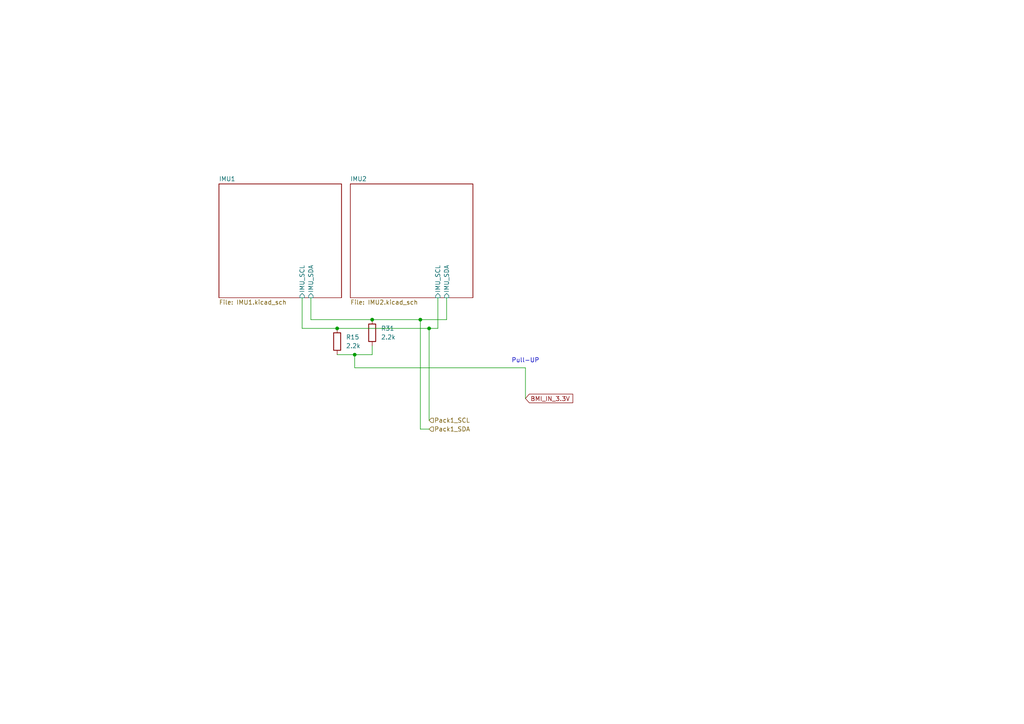
<source format=kicad_sch>
(kicad_sch (version 20250114) (generator "eeschema") (generator_version "9.0")
  (paper "A4")
  (lib_symbols
    (symbol "#dzdb:g_res/R-2.2k-0603" (pin_numbers hide) (pin_names (offset 0))
      (property "Reference" "R" (at 2.032 0 90))
      (property "Value" "2.2k" (at 0 0 90))
      (symbol "g_res/R-2.2k-0603_0_1"
        (rectangle (start -1.016 -2.54) (end 1.016 2.54) (stroke (width 0.254)))
      )
      (symbol "g_res/R-2.2k-0603_1_1"
        (pin passive line (at 0 3.81 270) (length 1.27) (name "~") (number "1"))
        (pin passive line (at 0 -3.81 90) (length 1.27) (name "~") (number "2"))
      )
    )
  )
  (junction (at 102.87 102.87))
  (junction (at 97.79 95.25))
  (junction (at 124.46 95.25))
  (junction (at 107.95 92.71))
  (junction (at 121.92 92.71))
  (wire (pts (xy 124.46 124.46) (xy 121.92 124.46)))
  (wire (pts (xy 124.46 95.25) (xy 124.46 121.92)))
  (wire (pts (xy 90.17 92.71) (xy 107.95 92.71)))
  (wire (pts (xy 127 95.25) (xy 124.46 95.25)))
  (wire (pts (xy 152.4 115.57) (xy 152.4 106.68)))
  (wire (pts (xy 97.79 95.25) (xy 87.63 95.25)))
  (wire (pts (xy 124.46 95.25) (xy 97.79 95.25)))
  (wire (pts (xy 87.63 86.36) (xy 87.63 95.25)))
  (wire (pts (xy 107.95 92.71) (xy 121.92 92.71)))
  (wire (pts (xy 127 86.36) (xy 127 95.25)))
  (wire (pts (xy 102.87 102.87) (xy 97.79 102.87)))
  (wire (pts (xy 102.87 106.68) (xy 102.87 102.87)))
  (wire (pts (xy 107.95 102.87) (xy 102.87 102.87)))
  (wire (pts (xy 107.95 100.33) (xy 107.95 102.87)))
  (wire (pts (xy 121.92 92.71) (xy 121.92 124.46)))
  (wire (pts (xy 129.54 92.71) (xy 129.54 86.36)))
  (wire (pts (xy 90.17 86.36) (xy 90.17 92.71)))
  (wire (pts (xy 152.4 106.68) (xy 102.87 106.68)))
  (wire (pts (xy 121.92 92.71) (xy 129.54 92.71)))
  (text "Pull-UP" (at 152.4 104.648 0) (effects (font (size 1.27 1.27))))
  (global_label "BMI_IN_3.3V" (shape input) (at 152.4 115.57 0) (property "Intersheetrefs" "${INTERSHEET_REFS}" (effects (hide yes))))
  (hierarchical_label "Pack1_SDA" (shape input) (at 124.46 124.46 0))
  (hierarchical_label "Pack1_SCL" (shape input) (at 124.46 121.92 0))
  (symbol (lib_id "#dzdb:g_res/R-2.2k-0603") (at 97.79 99.06 0) (unit 1)
    (property "Reference" "R15" (at 100.33 97.7899 0) (effects (justify left)))
    (property "Value" "2.2k" (at 100.33 100.3299 0) (effects (justify left)))
    (property "Footprint" "Resistor_SMD:R_0603_1608Metric" (effects (hide yes)))
    (property "Datasheet" "https://www.we-online.com/components/products/datasheet/560112116098.pdf" (effects (hide yes)))
    (property "Description" "Thick Film Resistors - SMD WRIS-RSKS 2.2 kOhms 1 % 0.1 W 0603" (effects (hide yes)))
    (property "IPN" "R-2.2k-0603" (effects (hide yes)))
    (property "MPN" "560112116098" (effects (hide yes)))
    (property "Manufacturer" "Wurth Elektronik" (effects (hide yes)))
    (property "Resistance" "2.2k" (effects (hide yes)))
    (property "Power" "0.1 W" (effects (hide yes)))
    (property "Material" "Thick film" (effects (hide yes)))
    (property "Tolerance" "1 %" (effects (hide yes)))
    (property "Supplier" "Mouser" (effects (hide yes)))
    (property "SPN" "710-560112116098" (effects (hide yes)))
    (property "LCSC" "CXXXXX" (effects (hide yes)))
    (property "Comment" "lifecycle=Active; note=Auto-generated" (effects (hide yes)))
  )
  (symbol (lib_id "#dzdb:g_res/R-2.2k-0603") (at 107.95 96.52 0) (unit 1)
    (property "Reference" "R31" (at 110.49 95.2499 0) (effects (justify left)))
    (property "Value" "2.2k" (at 110.49 97.7899 0) (effects (justify left)))
    (property "Footprint" "Resistor_SMD:R_0603_1608Metric" (effects (hide yes)))
    (property "Datasheet" "https://www.we-online.com/components/products/datasheet/560112116098.pdf" (effects (hide yes)))
    (property "Description" "Thick Film Resistors - SMD WRIS-RSKS 2.2 kOhms 1 % 0.1 W 0603" (effects (hide yes)))
    (property "IPN" "R-2.2k-0603" (effects (hide yes)))
    (property "MPN" "560112116098" (effects (hide yes)))
    (property "Manufacturer" "Wurth Elektronik" (effects (hide yes)))
    (property "Resistance" "2.2k" (effects (hide yes)))
    (property "Power" "0.1 W" (effects (hide yes)))
    (property "Material" "Thick film" (effects (hide yes)))
    (property "Tolerance" "1 %" (effects (hide yes)))
    (property "Supplier" "Mouser" (effects (hide yes)))
    (property "SPN" "710-560112116098" (effects (hide yes)))
    (property "LCSC" "CXXXXX" (effects (hide yes)))
    (property "Comment" "lifecycle=Active; note=Auto-generated" (effects (hide yes)))
  )
  (sheet (at 63.5 53.34) (size 35.56 33.02) (stroke (width 0.1524)) (fill (color 0 0 0 0.0))
    (property "Sheetname" "IMU1" (at 63.5 52.6284 0) (effects (justify left bottom)))
    (property "Sheetfile" "IMU1.kicad_sch" (at 63.5 86.9446 0) (effects (justify left top)))
    (pin "IMU_SCL" input (at 87.63 86.36 270))
    (pin "IMU_SDA" input (at 90.17 86.36 270))
  )
  (sheet (at 101.6 53.34) (size 35.56 33.02) (stroke (width 0.1524)) (fill (color 0 0 0 0.0))
    (property "Sheetname" "IMU2" (at 101.6 52.6284 0) (effects (justify left bottom)))
    (property "Sheetfile" "IMU2.kicad_sch" (at 101.6 86.9446 0) (effects (justify left top)))
    (pin "IMU_SCL" input (at 127 86.36 270))
    (pin "IMU_SDA" input (at 129.54 86.36 270))
  )
)
</source>
